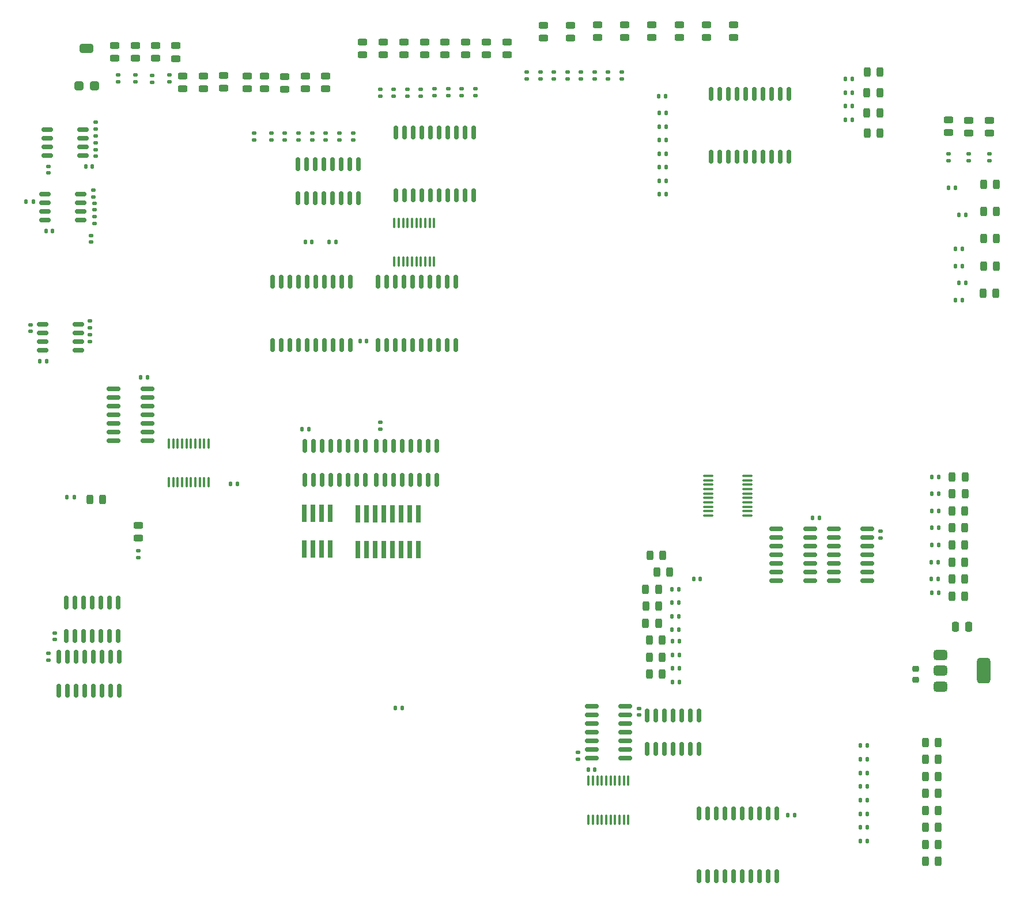
<source format=gtp>
G04 #@! TF.GenerationSoftware,KiCad,Pcbnew,8.0.1*
G04 #@! TF.CreationDate,2024-05-29T20:25:03-07:00*
G04 #@! TF.ProjectId,8-Bit-Computer,382d4269-742d-4436-9f6d-70757465722e,rev?*
G04 #@! TF.SameCoordinates,Original*
G04 #@! TF.FileFunction,Paste,Top*
G04 #@! TF.FilePolarity,Positive*
%FSLAX46Y46*%
G04 Gerber Fmt 4.6, Leading zero omitted, Abs format (unit mm)*
G04 Created by KiCad (PCBNEW 8.0.1) date 2024-05-29 20:25:03*
%MOMM*%
%LPD*%
G01*
G04 APERTURE LIST*
G04 Aperture macros list*
%AMRoundRect*
0 Rectangle with rounded corners*
0 $1 Rounding radius*
0 $2 $3 $4 $5 $6 $7 $8 $9 X,Y pos of 4 corners*
0 Add a 4 corners polygon primitive as box body*
4,1,4,$2,$3,$4,$5,$6,$7,$8,$9,$2,$3,0*
0 Add four circle primitives for the rounded corners*
1,1,$1+$1,$2,$3*
1,1,$1+$1,$4,$5*
1,1,$1+$1,$6,$7*
1,1,$1+$1,$8,$9*
0 Add four rect primitives between the rounded corners*
20,1,$1+$1,$2,$3,$4,$5,0*
20,1,$1+$1,$4,$5,$6,$7,0*
20,1,$1+$1,$6,$7,$8,$9,0*
20,1,$1+$1,$8,$9,$2,$3,0*%
G04 Aperture macros list end*
%ADD10RoundRect,0.135000X0.135000X0.185000X-0.135000X0.185000X-0.135000X-0.185000X0.135000X-0.185000X0*%
%ADD11RoundRect,0.243750X-0.456250X0.243750X-0.456250X-0.243750X0.456250X-0.243750X0.456250X0.243750X0*%
%ADD12RoundRect,0.135000X-0.185000X0.135000X-0.185000X-0.135000X0.185000X-0.135000X0.185000X0.135000X0*%
%ADD13RoundRect,0.150000X-0.825000X-0.150000X0.825000X-0.150000X0.825000X0.150000X-0.825000X0.150000X0*%
%ADD14RoundRect,0.243750X-0.243750X-0.456250X0.243750X-0.456250X0.243750X0.456250X-0.243750X0.456250X0*%
%ADD15RoundRect,0.140000X-0.170000X0.140000X-0.170000X-0.140000X0.170000X-0.140000X0.170000X0.140000X0*%
%ADD16RoundRect,0.135000X-0.135000X-0.185000X0.135000X-0.185000X0.135000X0.185000X-0.135000X0.185000X0*%
%ADD17RoundRect,0.150000X0.675000X0.150000X-0.675000X0.150000X-0.675000X-0.150000X0.675000X-0.150000X0*%
%ADD18RoundRect,0.243750X0.243750X0.456250X-0.243750X0.456250X-0.243750X-0.456250X0.243750X-0.456250X0*%
%ADD19RoundRect,0.150000X0.150000X-0.825000X0.150000X0.825000X-0.150000X0.825000X-0.150000X-0.825000X0*%
%ADD20RoundRect,0.135000X0.185000X-0.135000X0.185000X0.135000X-0.185000X0.135000X-0.185000X-0.135000X0*%
%ADD21RoundRect,0.100000X-0.637500X-0.100000X0.637500X-0.100000X0.637500X0.100000X-0.637500X0.100000X0*%
%ADD22RoundRect,0.150000X0.150000X-0.875000X0.150000X0.875000X-0.150000X0.875000X-0.150000X-0.875000X0*%
%ADD23RoundRect,0.243750X0.456250X-0.243750X0.456250X0.243750X-0.456250X0.243750X-0.456250X-0.243750X0*%
%ADD24R,0.760000X2.650000*%
%ADD25RoundRect,0.140000X0.170000X-0.140000X0.170000X0.140000X-0.170000X0.140000X-0.170000X-0.140000X0*%
%ADD26RoundRect,0.100000X-0.100000X0.637500X-0.100000X-0.637500X0.100000X-0.637500X0.100000X0.637500X0*%
%ADD27RoundRect,0.140000X-0.140000X-0.170000X0.140000X-0.170000X0.140000X0.170000X-0.140000X0.170000X0*%
%ADD28RoundRect,0.150000X0.825000X0.150000X-0.825000X0.150000X-0.825000X-0.150000X0.825000X-0.150000X0*%
%ADD29RoundRect,0.150000X-0.150000X0.875000X-0.150000X-0.875000X0.150000X-0.875000X0.150000X0.875000X0*%
%ADD30RoundRect,0.140000X0.140000X0.170000X-0.140000X0.170000X-0.140000X-0.170000X0.140000X-0.170000X0*%
%ADD31RoundRect,0.225000X0.250000X-0.225000X0.250000X0.225000X-0.250000X0.225000X-0.250000X-0.225000X0*%
%ADD32RoundRect,0.375000X-0.625000X-0.375000X0.625000X-0.375000X0.625000X0.375000X-0.625000X0.375000X0*%
%ADD33RoundRect,0.500000X-0.500000X-1.400000X0.500000X-1.400000X0.500000X1.400000X-0.500000X1.400000X0*%
%ADD34RoundRect,0.150000X-0.675000X-0.150000X0.675000X-0.150000X0.675000X0.150000X-0.675000X0.150000X0*%
%ADD35RoundRect,0.250000X0.250000X0.475000X-0.250000X0.475000X-0.250000X-0.475000X0.250000X-0.475000X0*%
%ADD36RoundRect,0.100000X0.100000X-0.637500X0.100000X0.637500X-0.100000X0.637500X-0.100000X-0.637500X0*%
%ADD37RoundRect,0.250000X0.400000X0.400000X-0.400000X0.400000X-0.400000X-0.400000X0.400000X-0.400000X0*%
%ADD38RoundRect,0.250000X0.750000X0.400000X-0.750000X0.400000X-0.750000X-0.400000X0.750000X-0.400000X0*%
G04 APERTURE END LIST*
D10*
X164060000Y-107000000D03*
X163040000Y-107000000D03*
D11*
X106000000Y-38125000D03*
X106000000Y-40000000D03*
D12*
X78000000Y-53980000D03*
X78000000Y-55000000D03*
D13*
X140190000Y-112100001D03*
X140190000Y-113370001D03*
X140190000Y-114640001D03*
X140190000Y-115910001D03*
X140190000Y-117180001D03*
X140190000Y-118450001D03*
X140190000Y-119720001D03*
X145140000Y-119720001D03*
X145140000Y-118450001D03*
X145140000Y-117180001D03*
X145140000Y-115910001D03*
X145140000Y-114640001D03*
X145140000Y-113370001D03*
X145140000Y-112100001D03*
D11*
X46000000Y-41062500D03*
X46000000Y-42937500D03*
D14*
X121000000Y-121000000D03*
X122875000Y-121000000D03*
D12*
X68000000Y-53980000D03*
X68000000Y-55000000D03*
D11*
X165500000Y-52000000D03*
X165500000Y-53875000D03*
D15*
X33215000Y-130440000D03*
X33215000Y-131400000D03*
D16*
X74490000Y-70000000D03*
X75510000Y-70000000D03*
D11*
X43000000Y-41062500D03*
X43000000Y-42937500D03*
D17*
X37625000Y-85905000D03*
X37625000Y-84635000D03*
X37625000Y-83365000D03*
X37625000Y-82095000D03*
X32375000Y-82095000D03*
X32375000Y-83365000D03*
X32375000Y-84635000D03*
X32375000Y-85905000D03*
D16*
X124837500Y-121010001D03*
X125857500Y-121010001D03*
X124837500Y-126980001D03*
X125857500Y-126980001D03*
X150365000Y-51980000D03*
X151385000Y-51980000D03*
D18*
X167852500Y-109500000D03*
X165977500Y-109500000D03*
D11*
X125920000Y-38062500D03*
X125920000Y-39937500D03*
D18*
X155385000Y-48000000D03*
X153510000Y-48000000D03*
D16*
X29990000Y-64000000D03*
X31010000Y-64000000D03*
X166490000Y-71000000D03*
X167510000Y-71000000D03*
D19*
X70920000Y-104910934D03*
X72190000Y-104910934D03*
X73460000Y-104910934D03*
X74730000Y-104910934D03*
X76000000Y-104910934D03*
X77270000Y-104910934D03*
X78540000Y-104910934D03*
X79810000Y-104910934D03*
X79810000Y-99960934D03*
X78540000Y-99960934D03*
X77270000Y-99960934D03*
X76000000Y-99960934D03*
X74730000Y-99960934D03*
X73460000Y-99960934D03*
X72190000Y-99960934D03*
X70920000Y-99960934D03*
D16*
X122870000Y-48580000D03*
X123890000Y-48580000D03*
D15*
X33213842Y-58885000D03*
X33213842Y-59845000D03*
D20*
X85980000Y-48510000D03*
X85980000Y-47490000D03*
D16*
X122980000Y-53000000D03*
X124000000Y-53000000D03*
D12*
X111500000Y-44980000D03*
X111500000Y-46000000D03*
D11*
X171500000Y-52062500D03*
X171500000Y-53937500D03*
D15*
X40213842Y-56385000D03*
X40213842Y-57345000D03*
D20*
X93980000Y-48500000D03*
X93980000Y-47480000D03*
D11*
X109960000Y-38125000D03*
X109960000Y-40000000D03*
D18*
X164000000Y-148500000D03*
X162125000Y-148500000D03*
D10*
X37020000Y-107500000D03*
X36000000Y-107500000D03*
D21*
X130202500Y-104327645D03*
X130202500Y-104977645D03*
X130202500Y-105627645D03*
X130202500Y-106277645D03*
X130202500Y-106927645D03*
X130202500Y-107577645D03*
X130202500Y-108227645D03*
X130202500Y-108877645D03*
X130202500Y-109527645D03*
X130202500Y-110177645D03*
X135927500Y-110177645D03*
X135927500Y-109527645D03*
X135927500Y-108877645D03*
X135927500Y-108227645D03*
X135927500Y-107577645D03*
X135927500Y-106927645D03*
X135927500Y-106277645D03*
X135927500Y-105627645D03*
X135927500Y-104977645D03*
X135927500Y-104327645D03*
D22*
X81697500Y-85133434D03*
X82967500Y-85133434D03*
X84237500Y-85133434D03*
X85507500Y-85133434D03*
X86777500Y-85133434D03*
X88047500Y-85133434D03*
X89317500Y-85133434D03*
X90587500Y-85133434D03*
X91857500Y-85133434D03*
X93127500Y-85133434D03*
X93127500Y-75833434D03*
X91857500Y-75833434D03*
X90587500Y-75833434D03*
X89317500Y-75833434D03*
X88047500Y-75833434D03*
X86777500Y-75833434D03*
X85507500Y-75833434D03*
X84237500Y-75833434D03*
X82967500Y-75833434D03*
X81697500Y-75833434D03*
D13*
X42825000Y-91537316D03*
X42825000Y-92807316D03*
X42825000Y-94077316D03*
X42825000Y-95347316D03*
X42825000Y-96617316D03*
X42825000Y-97887316D03*
X42825000Y-99157316D03*
X47775000Y-99157316D03*
X47775000Y-97887316D03*
X47775000Y-96617316D03*
X47775000Y-95347316D03*
X47775000Y-94077316D03*
X47775000Y-92807316D03*
X47775000Y-91537316D03*
D23*
X79380000Y-42437500D03*
X79380000Y-40562500D03*
D20*
X40213842Y-55375000D03*
X40213842Y-54355000D03*
D24*
X78680000Y-115175934D03*
X79950000Y-115175934D03*
X81220000Y-115175934D03*
X82490000Y-115175934D03*
X83760000Y-115175934D03*
X85030000Y-115175934D03*
X86300000Y-115175934D03*
X87570000Y-115175934D03*
X87570000Y-109925934D03*
X86300000Y-109925934D03*
X85030000Y-109925934D03*
X83760000Y-109925934D03*
X82490000Y-109925934D03*
X81220000Y-109925934D03*
X79950000Y-109925934D03*
X78680000Y-109925934D03*
D20*
X39375000Y-82615000D03*
X39375000Y-81595000D03*
D25*
X82000000Y-97460000D03*
X82000000Y-96500000D03*
D12*
X107520000Y-44980000D03*
X107520000Y-46000000D03*
D19*
X121230000Y-144475001D03*
X122500000Y-144475001D03*
X123770000Y-144475001D03*
X125040000Y-144475001D03*
X126310000Y-144475001D03*
X127580000Y-144475001D03*
X128850000Y-144475001D03*
X128850000Y-139525001D03*
X127580000Y-139525001D03*
X126310000Y-139525001D03*
X125040000Y-139525001D03*
X123770000Y-139525001D03*
X122500000Y-139525001D03*
X121230000Y-139525001D03*
D18*
X41222500Y-107775000D03*
X39347500Y-107775000D03*
D12*
X117470000Y-44980000D03*
X117470000Y-46000000D03*
D11*
X52000000Y-41125000D03*
X52000000Y-43000000D03*
D26*
X56790000Y-99573434D03*
X56140000Y-99573434D03*
X55490000Y-99573434D03*
X54840000Y-99573434D03*
X54190000Y-99573434D03*
X53540000Y-99573434D03*
X52890000Y-99573434D03*
X52240000Y-99573434D03*
X51590000Y-99573434D03*
X50940000Y-99573434D03*
X50940000Y-105298434D03*
X51590000Y-105298434D03*
X52240000Y-105298434D03*
X52890000Y-105298434D03*
X53540000Y-105298434D03*
X54190000Y-105298434D03*
X54840000Y-105298434D03*
X55490000Y-105298434D03*
X56140000Y-105298434D03*
X56790000Y-105298434D03*
D11*
X62500000Y-45562500D03*
X62500000Y-47437500D03*
D27*
X70540000Y-97500000D03*
X71500000Y-97500000D03*
D10*
X164060000Y-104500001D03*
X163040000Y-104500001D03*
X153550000Y-148000001D03*
X152530000Y-148000001D03*
D18*
X167852500Y-122000000D03*
X165977500Y-122000000D03*
D25*
X120000000Y-139480000D03*
X120000000Y-138520000D03*
D19*
X69920000Y-63500000D03*
X71190000Y-63500000D03*
X72460000Y-63500000D03*
X73730000Y-63500000D03*
X75000000Y-63500000D03*
X76270000Y-63500000D03*
X77540000Y-63500000D03*
X78810000Y-63500000D03*
X78810000Y-58550000D03*
X77540000Y-58550000D03*
X76270000Y-58550000D03*
X75000000Y-58550000D03*
X73730000Y-58550000D03*
X72460000Y-58550000D03*
X71190000Y-58550000D03*
X69920000Y-58550000D03*
D26*
X89925000Y-67137500D03*
X89275000Y-67137500D03*
X88625000Y-67137500D03*
X87975000Y-67137500D03*
X87325000Y-67137500D03*
X86675000Y-67137500D03*
X86025000Y-67137500D03*
X85375000Y-67137500D03*
X84725000Y-67137500D03*
X84075000Y-67137500D03*
X84075000Y-72862500D03*
X84725000Y-72862500D03*
X85375000Y-72862500D03*
X86025000Y-72862500D03*
X86675000Y-72862500D03*
X87325000Y-72862500D03*
X87975000Y-72862500D03*
X88625000Y-72862500D03*
X89275000Y-72862500D03*
X89925000Y-72862500D03*
D23*
X100660000Y-42437500D03*
X100660000Y-40562500D03*
X85460000Y-42437500D03*
X85460000Y-40562500D03*
D16*
X150365000Y-49990000D03*
X151385000Y-49990000D03*
D25*
X40000000Y-67230000D03*
X40000000Y-66270000D03*
D14*
X122625000Y-118500000D03*
X124500000Y-118500000D03*
D11*
X71000000Y-45562500D03*
X71000000Y-47437500D03*
D12*
X109510000Y-44980000D03*
X109510000Y-46000000D03*
D20*
X90000000Y-48500000D03*
X90000000Y-47480000D03*
D27*
X60020000Y-105500000D03*
X60980000Y-105500000D03*
D18*
X172500000Y-73500000D03*
X170625000Y-73500000D03*
X164000000Y-151000000D03*
X162125000Y-151000000D03*
D12*
X113490000Y-44980000D03*
X113490000Y-46000000D03*
D10*
X164010000Y-117000000D03*
X162990000Y-117000000D03*
D12*
X105530000Y-44980000D03*
X105530000Y-46000000D03*
D22*
X130635000Y-57470000D03*
X131905000Y-57470000D03*
X133175000Y-57470000D03*
X134445000Y-57470000D03*
X135715000Y-57470000D03*
X136985000Y-57470000D03*
X138255000Y-57470000D03*
X139525000Y-57470000D03*
X140795000Y-57470000D03*
X142065000Y-57470000D03*
X142065000Y-48170000D03*
X140795000Y-48170000D03*
X139525000Y-48170000D03*
X138255000Y-48170000D03*
X136985000Y-48170000D03*
X135715000Y-48170000D03*
X134445000Y-48170000D03*
X133175000Y-48170000D03*
X131905000Y-48170000D03*
X130635000Y-48170000D03*
D20*
X87970000Y-48510000D03*
X87970000Y-47490000D03*
D12*
X171500000Y-56990000D03*
X171500000Y-58010000D03*
D11*
X56000000Y-45562500D03*
X56000000Y-47437500D03*
D18*
X167852500Y-117000000D03*
X165977500Y-117000000D03*
D11*
X68000000Y-45625000D03*
X68000000Y-47500000D03*
D15*
X155520000Y-112500001D03*
X155520000Y-113460001D03*
D28*
X118015000Y-145810001D03*
X118015000Y-144540001D03*
X118015000Y-143270001D03*
X118015000Y-142000001D03*
X118015000Y-140730001D03*
X118015000Y-139460001D03*
X118015000Y-138190001D03*
X113065000Y-138190001D03*
X113065000Y-139460001D03*
X113065000Y-140730001D03*
X113065000Y-142000001D03*
X113065000Y-143270001D03*
X113065000Y-144540001D03*
X113065000Y-145810001D03*
D29*
X95715000Y-53850000D03*
X94445000Y-53850000D03*
X93175000Y-53850000D03*
X91905000Y-53850000D03*
X90635000Y-53850000D03*
X89365000Y-53850000D03*
X88095000Y-53850000D03*
X86825000Y-53850000D03*
X85555000Y-53850000D03*
X84285000Y-53850000D03*
X84285000Y-63150000D03*
X85555000Y-63150000D03*
X86825000Y-63150000D03*
X88095000Y-63150000D03*
X89365000Y-63150000D03*
X90635000Y-63150000D03*
X91905000Y-63150000D03*
X93175000Y-63150000D03*
X94445000Y-63150000D03*
X95715000Y-63150000D03*
D10*
X164010000Y-119500000D03*
X162990000Y-119500000D03*
D18*
X164000000Y-156000000D03*
X162125000Y-156000000D03*
D30*
X39693842Y-58865000D03*
X38733842Y-58865000D03*
D16*
X124837500Y-124990001D03*
X125857500Y-124990001D03*
D11*
X65000000Y-45562500D03*
X65000000Y-47437500D03*
X49000000Y-41062500D03*
X49000000Y-42937500D03*
D16*
X124977500Y-130630001D03*
X125997500Y-130630001D03*
X166990000Y-76000000D03*
X168010000Y-76000000D03*
D30*
X47780000Y-89847316D03*
X46820000Y-89847316D03*
D10*
X153550000Y-154000001D03*
X152530000Y-154000001D03*
D27*
X32020000Y-87500000D03*
X32980000Y-87500000D03*
D18*
X167852500Y-119500000D03*
X165977500Y-119500000D03*
D10*
X164060000Y-121500000D03*
X163040000Y-121500000D03*
D16*
X124977500Y-134610001D03*
X125997500Y-134610001D03*
D14*
X121562500Y-131000000D03*
X123437500Y-131000000D03*
D20*
X82000000Y-48510000D03*
X82000000Y-47490000D03*
D30*
X79980000Y-84500000D03*
X79020000Y-84500000D03*
D27*
X71000000Y-70000000D03*
X71960000Y-70000000D03*
D12*
X103540000Y-44980000D03*
X103540000Y-46000000D03*
D14*
X121602500Y-116000000D03*
X123477500Y-116000000D03*
D12*
X76000000Y-53990000D03*
X76000000Y-55010000D03*
D30*
X129020000Y-119500001D03*
X128060000Y-119500001D03*
D14*
X121562500Y-128500000D03*
X123437500Y-128500000D03*
D12*
X63500000Y-53990000D03*
X63500000Y-55010000D03*
D27*
X112560000Y-147500001D03*
X113520000Y-147500001D03*
D23*
X94580000Y-42437500D03*
X94580000Y-40562500D03*
D15*
X39500000Y-69000000D03*
X39500000Y-69960000D03*
D12*
X70000000Y-53990000D03*
X70000000Y-55010000D03*
D16*
X166990000Y-66000000D03*
X168010000Y-66000000D03*
D10*
X153550000Y-152000001D03*
X152530000Y-152000001D03*
D18*
X172500000Y-65500000D03*
X170625000Y-65500000D03*
D14*
X121000000Y-126000000D03*
X122875000Y-126000000D03*
D20*
X51000000Y-46467500D03*
X51000000Y-45447500D03*
D12*
X115480000Y-44980000D03*
X115480000Y-46000000D03*
D10*
X153560000Y-156000001D03*
X152540000Y-156000001D03*
D18*
X172500000Y-69500000D03*
X170625000Y-69500000D03*
D11*
X59000000Y-45500000D03*
X59000000Y-47375000D03*
X117920000Y-38062500D03*
X117920000Y-39937500D03*
D10*
X164060000Y-114500000D03*
X163040000Y-114500000D03*
D20*
X43500000Y-46457500D03*
X43500000Y-45437500D03*
D18*
X172500000Y-61500000D03*
X170625000Y-61500000D03*
D11*
X74000000Y-45562500D03*
X74000000Y-47437500D03*
D16*
X122980000Y-51010000D03*
X124000000Y-51010000D03*
D18*
X164000000Y-161000000D03*
X162125000Y-161000000D03*
X167852500Y-112000000D03*
X165977500Y-112000000D03*
D12*
X66000000Y-53980000D03*
X66000000Y-55000000D03*
D27*
X165520000Y-62000000D03*
X166480000Y-62000000D03*
D14*
X121540000Y-133500000D03*
X123415000Y-133500000D03*
D20*
X95970000Y-48500000D03*
X95970000Y-47480000D03*
X91990000Y-48500000D03*
X91990000Y-47480000D03*
D10*
X164060000Y-109500000D03*
X163040000Y-109500000D03*
D18*
X167915000Y-107000000D03*
X166040000Y-107000000D03*
D15*
X40000000Y-64290000D03*
X40000000Y-65250000D03*
D12*
X165500000Y-56990000D03*
X165500000Y-58010000D03*
D29*
X77627500Y-75833434D03*
X76357500Y-75833434D03*
X75087500Y-75833434D03*
X73817500Y-75833434D03*
X72547500Y-75833434D03*
X71277500Y-75833434D03*
X70007500Y-75833434D03*
X68737500Y-75833434D03*
X67467500Y-75833434D03*
X66197500Y-75833434D03*
X66197500Y-85133434D03*
X67467500Y-85133434D03*
X68737500Y-85133434D03*
X70007500Y-85133434D03*
X71277500Y-85133434D03*
X72547500Y-85133434D03*
X73817500Y-85133434D03*
X75087500Y-85133434D03*
X76357500Y-85133434D03*
X77627500Y-85133434D03*
D18*
X164000000Y-143500000D03*
X162125000Y-143500000D03*
D16*
X122980000Y-60960000D03*
X124000000Y-60960000D03*
X166490000Y-78500000D03*
X167510000Y-78500000D03*
D20*
X40213842Y-53375000D03*
X40213842Y-52355000D03*
D25*
X34215000Y-128400000D03*
X34215000Y-127440000D03*
D15*
X30595000Y-82135000D03*
X30595000Y-83095000D03*
D12*
X39375000Y-83595000D03*
X39375000Y-84615000D03*
D11*
X113920000Y-38062500D03*
X113920000Y-39937500D03*
D16*
X124977500Y-132620001D03*
X125997500Y-132620001D03*
D14*
X121062500Y-123500000D03*
X122937500Y-123500000D03*
D19*
X81420000Y-104910934D03*
X82690000Y-104910934D03*
X83960000Y-104910934D03*
X85230000Y-104910934D03*
X86500000Y-104910934D03*
X87770000Y-104910934D03*
X89040000Y-104910934D03*
X90310000Y-104910934D03*
X90310000Y-99960934D03*
X89040000Y-99960934D03*
X87770000Y-99960934D03*
X86500000Y-99960934D03*
X85230000Y-99960934D03*
X83960000Y-99960934D03*
X82690000Y-99960934D03*
X81420000Y-99960934D03*
X34770000Y-135895000D03*
X36040000Y-135895000D03*
X37310000Y-135895000D03*
X38580000Y-135895000D03*
X39850000Y-135895000D03*
X41120000Y-135895000D03*
X42390000Y-135895000D03*
X43660000Y-135895000D03*
X43660000Y-130945000D03*
X42390000Y-130945000D03*
X41120000Y-130945000D03*
X39850000Y-130945000D03*
X38580000Y-130945000D03*
X37310000Y-130945000D03*
X36040000Y-130945000D03*
X34770000Y-130945000D03*
D31*
X160650000Y-134275000D03*
X160650000Y-132725000D03*
D20*
X83990000Y-48510000D03*
X83990000Y-47490000D03*
D11*
X133920000Y-38062500D03*
X133920000Y-39937500D03*
D23*
X97620000Y-42437500D03*
X97620000Y-40562500D03*
D19*
X35905000Y-127895000D03*
X37175000Y-127895000D03*
X38445000Y-127895000D03*
X39715000Y-127895000D03*
X40985000Y-127895000D03*
X42255000Y-127895000D03*
X43525000Y-127895000D03*
X43525000Y-122945000D03*
X42255000Y-122945000D03*
X40985000Y-122945000D03*
X39715000Y-122945000D03*
X38445000Y-122945000D03*
X37175000Y-122945000D03*
X35905000Y-122945000D03*
D18*
X164000000Y-153500000D03*
X162125000Y-153500000D03*
D16*
X166490000Y-73500000D03*
X167510000Y-73500000D03*
D18*
X155447500Y-45000000D03*
X153572500Y-45000000D03*
D20*
X48500000Y-46510000D03*
X48500000Y-45490000D03*
D18*
X164000000Y-158500000D03*
X162125000Y-158500000D03*
D20*
X46000000Y-46457500D03*
X46000000Y-45437500D03*
D16*
X150365000Y-46010000D03*
X151385000Y-46010000D03*
D11*
X53000000Y-45562500D03*
X53000000Y-47437500D03*
D12*
X46500000Y-115327500D03*
X46500000Y-116347500D03*
X74000000Y-53970000D03*
X74000000Y-54990000D03*
D23*
X91540000Y-42437500D03*
X91540000Y-40562500D03*
D18*
X155447500Y-54000000D03*
X153572500Y-54000000D03*
D27*
X32895000Y-68365000D03*
X33855000Y-68365000D03*
D10*
X153550000Y-143960001D03*
X152530000Y-143960001D03*
D16*
X124837500Y-123000001D03*
X125857500Y-123000001D03*
D27*
X141892500Y-154169413D03*
X142852500Y-154169413D03*
D11*
X121920000Y-38062500D03*
X121920000Y-39937500D03*
D32*
X164350000Y-130700000D03*
X164350000Y-133000000D03*
D33*
X170650000Y-133000000D03*
D32*
X164350000Y-135300000D03*
D23*
X82420000Y-42437500D03*
X82420000Y-40562500D03*
D18*
X164000000Y-146000000D03*
X162125000Y-146000000D03*
X167915000Y-104500000D03*
X166040000Y-104500000D03*
D29*
X140297500Y-153925001D03*
X139027500Y-153925001D03*
X137757500Y-153925001D03*
X136487500Y-153925001D03*
X135217500Y-153925001D03*
X133947500Y-153925001D03*
X132677500Y-153925001D03*
X131407500Y-153925001D03*
X130137500Y-153925001D03*
X128867500Y-153925001D03*
X128867500Y-163225001D03*
X130137500Y-163225001D03*
X131407500Y-163225001D03*
X132677500Y-163225001D03*
X133947500Y-163225001D03*
X135217500Y-163225001D03*
X136487500Y-163225001D03*
X137757500Y-163225001D03*
X139027500Y-163225001D03*
X140297500Y-163225001D03*
D34*
X33088842Y-53460000D03*
X33088842Y-54730000D03*
X33088842Y-56000000D03*
X33088842Y-57270000D03*
X38338842Y-57270000D03*
X38338842Y-56000000D03*
X38338842Y-54730000D03*
X38338842Y-53460000D03*
D11*
X129920000Y-38062500D03*
X129920000Y-39937500D03*
D16*
X150365000Y-48000000D03*
X151385000Y-48000000D03*
D13*
X148640000Y-112100001D03*
X148640000Y-113370001D03*
X148640000Y-114640001D03*
X148640000Y-115910001D03*
X148640000Y-117180001D03*
X148640000Y-118450001D03*
X148640000Y-119720001D03*
X153590000Y-119720001D03*
X153590000Y-118450001D03*
X153590000Y-117180001D03*
X153590000Y-115910001D03*
X153590000Y-114640001D03*
X153590000Y-113370001D03*
X153590000Y-112100001D03*
D10*
X153550000Y-158000001D03*
X152530000Y-158000001D03*
D27*
X84235000Y-138420000D03*
X85195000Y-138420000D03*
D20*
X39875000Y-63375000D03*
X39875000Y-62355000D03*
D16*
X122980000Y-62950000D03*
X124000000Y-62950000D03*
X122980000Y-54990000D03*
X124000000Y-54990000D03*
D25*
X111040000Y-145960001D03*
X111040000Y-145000001D03*
D10*
X153560000Y-150000001D03*
X152540000Y-150000001D03*
D23*
X88500000Y-42437500D03*
X88500000Y-40562500D03*
D18*
X155385000Y-51000000D03*
X153510000Y-51000000D03*
X167852500Y-114500000D03*
X165977500Y-114500000D03*
D35*
X168450000Y-126500000D03*
X166550000Y-126500000D03*
D12*
X168500000Y-57000000D03*
X168500000Y-58020000D03*
D24*
X70865000Y-115060934D03*
X72135000Y-115060934D03*
X73405000Y-115060934D03*
X74675000Y-115060934D03*
X74675000Y-109810934D03*
X73405000Y-109810934D03*
X72135000Y-109810934D03*
X70865000Y-109810934D03*
D10*
X164060000Y-112000000D03*
X163040000Y-112000000D03*
D34*
X32750000Y-62960000D03*
X32750000Y-64230000D03*
X32750000Y-65500000D03*
X32750000Y-66770000D03*
X38000000Y-66770000D03*
X38000000Y-65500000D03*
X38000000Y-64230000D03*
X38000000Y-62960000D03*
D11*
X46500000Y-111625000D03*
X46500000Y-113500000D03*
D36*
X112615000Y-154862501D03*
X113265000Y-154862501D03*
X113915000Y-154862501D03*
X114565000Y-154862501D03*
X115215000Y-154862501D03*
X115865000Y-154862501D03*
X116515000Y-154862501D03*
X117165000Y-154862501D03*
X117815000Y-154862501D03*
X118465000Y-154862501D03*
X118465000Y-149137501D03*
X117815000Y-149137501D03*
X117165000Y-149137501D03*
X116515000Y-149137501D03*
X115865000Y-149137501D03*
X115215000Y-149137501D03*
X114565000Y-149137501D03*
X113915000Y-149137501D03*
X113265000Y-149137501D03*
X112615000Y-149137501D03*
D18*
X172437500Y-77500000D03*
X170562500Y-77500000D03*
D12*
X72000000Y-53980000D03*
X72000000Y-55000000D03*
D16*
X124977500Y-128640001D03*
X125997500Y-128640001D03*
D11*
X168500000Y-52062500D03*
X168500000Y-53937500D03*
D10*
X153550000Y-146000001D03*
X152530000Y-146000001D03*
D27*
X145560000Y-110500001D03*
X146520000Y-110500001D03*
D37*
X40000000Y-47000000D03*
D38*
X38850000Y-41500000D03*
D37*
X37700000Y-47000000D03*
D16*
X122980000Y-56980000D03*
X124000000Y-56980000D03*
X122980000Y-58970000D03*
X124000000Y-58970000D03*
M02*

</source>
